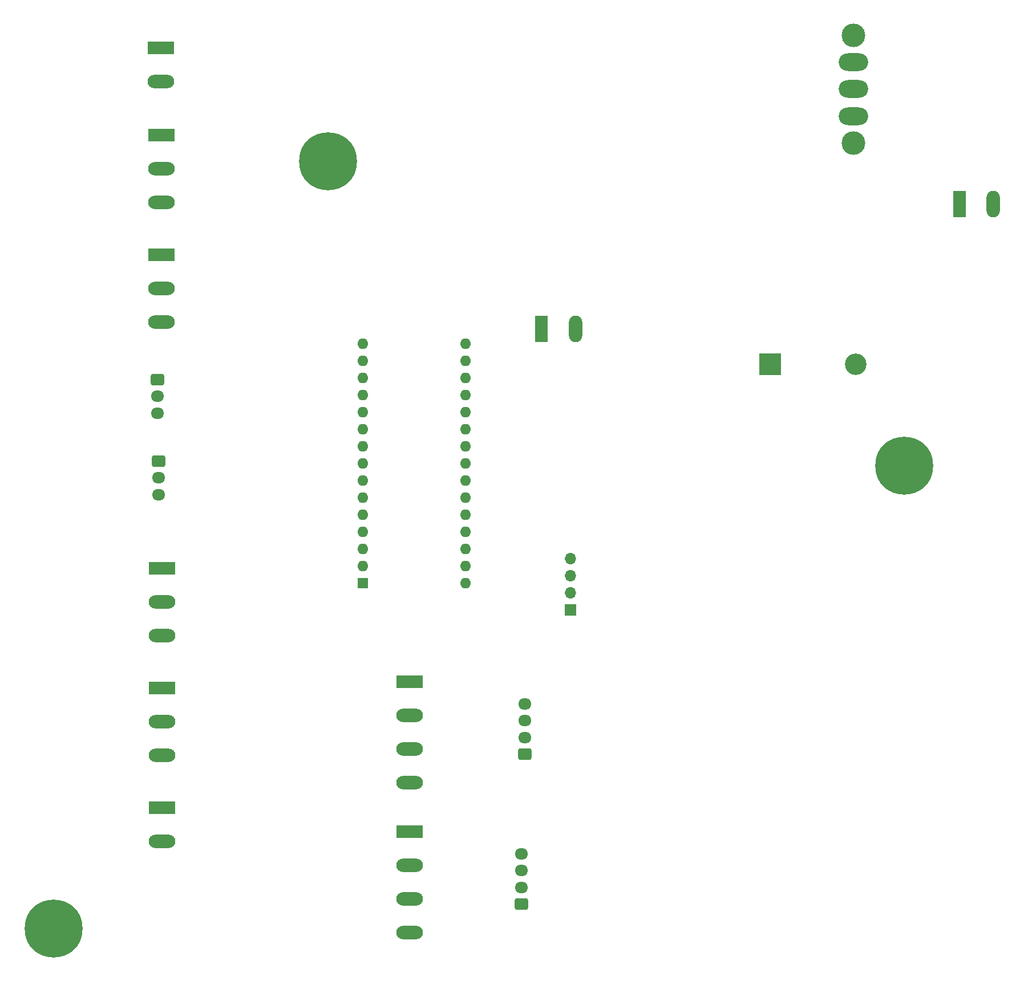
<source format=gbr>
%TF.GenerationSoftware,KiCad,Pcbnew,7.0.7-7.0.7~ubuntu22.04.1*%
%TF.CreationDate,2023-09-22T11:09:07-06:00*%
%TF.ProjectId,stepper_microscope_stage,73746570-7065-4725-9f6d-6963726f7363,1.1*%
%TF.SameCoordinates,Original*%
%TF.FileFunction,Copper,L1,Top*%
%TF.FilePolarity,Positive*%
%FSLAX46Y46*%
G04 Gerber Fmt 4.6, Leading zero omitted, Abs format (unit mm)*
G04 Created by KiCad (PCBNEW 7.0.7-7.0.7~ubuntu22.04.1) date 2023-09-22 11:09:07*
%MOMM*%
%LPD*%
G01*
G04 APERTURE LIST*
G04 Aperture macros list*
%AMRoundRect*
0 Rectangle with rounded corners*
0 $1 Rounding radius*
0 $2 $3 $4 $5 $6 $7 $8 $9 X,Y pos of 4 corners*
0 Add a 4 corners polygon primitive as box body*
4,1,4,$2,$3,$4,$5,$6,$7,$8,$9,$2,$3,0*
0 Add four circle primitives for the rounded corners*
1,1,$1+$1,$2,$3*
1,1,$1+$1,$4,$5*
1,1,$1+$1,$6,$7*
1,1,$1+$1,$8,$9*
0 Add four rect primitives between the rounded corners*
20,1,$1+$1,$2,$3,$4,$5,0*
20,1,$1+$1,$4,$5,$6,$7,0*
20,1,$1+$1,$6,$7,$8,$9,0*
20,1,$1+$1,$8,$9,$2,$3,0*%
G04 Aperture macros list end*
%TA.AperFunction,ComponentPad*%
%ADD10RoundRect,0.250000X-0.725000X0.600000X-0.725000X-0.600000X0.725000X-0.600000X0.725000X0.600000X0*%
%TD*%
%TA.AperFunction,ComponentPad*%
%ADD11O,1.950000X1.700000*%
%TD*%
%TA.AperFunction,ComponentPad*%
%ADD12RoundRect,0.250000X0.725000X-0.600000X0.725000X0.600000X-0.725000X0.600000X-0.725000X-0.600000X0*%
%TD*%
%TA.AperFunction,ComponentPad*%
%ADD13C,8.600000*%
%TD*%
%TA.AperFunction,WasherPad*%
%ADD14C,3.500000*%
%TD*%
%TA.AperFunction,ComponentPad*%
%ADD15O,4.375000X2.625000*%
%TD*%
%TA.AperFunction,ComponentPad*%
%ADD16R,3.960000X1.980000*%
%TD*%
%TA.AperFunction,ComponentPad*%
%ADD17O,3.960000X1.980000*%
%TD*%
%TA.AperFunction,ComponentPad*%
%ADD18R,1.700000X1.700000*%
%TD*%
%TA.AperFunction,ComponentPad*%
%ADD19O,1.700000X1.700000*%
%TD*%
%TA.AperFunction,ComponentPad*%
%ADD20R,3.200000X3.200000*%
%TD*%
%TA.AperFunction,ComponentPad*%
%ADD21O,3.200000X3.200000*%
%TD*%
%TA.AperFunction,ComponentPad*%
%ADD22R,1.600000X1.600000*%
%TD*%
%TA.AperFunction,ComponentPad*%
%ADD23O,1.600000X1.600000*%
%TD*%
%TA.AperFunction,ComponentPad*%
%ADD24R,1.980000X3.960000*%
%TD*%
%TA.AperFunction,ComponentPad*%
%ADD25O,1.980000X3.960000*%
%TD*%
G04 APERTURE END LIST*
D10*
%TO.P,LIMIT2,1,Pin_1*%
%TO.N,+5V*%
X69350816Y-96717144D03*
D11*
%TO.P,LIMIT2,2,Pin_2*%
%TO.N,Net-(A1-D3)*%
X69350816Y-99217144D03*
%TO.P,LIMIT2,3,Pin_3*%
%TO.N,GND*%
X69350816Y-101717144D03*
%TD*%
D10*
%TO.P,LIMIT1,1,Pin_1*%
%TO.N,+5V*%
X69190000Y-84617144D03*
D11*
%TO.P,LIMIT1,2,Pin_2*%
%TO.N,Net-(A1-D4)*%
X69190000Y-87117144D03*
%TO.P,LIMIT1,3,Pin_3*%
%TO.N,GND*%
X69190000Y-89617144D03*
%TD*%
D12*
%TO.P,J5,1,Pin_1*%
%TO.N,Net-(J3-Pin_4)*%
X123700000Y-140300000D03*
D11*
%TO.P,J5,2,Pin_2*%
%TO.N,Net-(J3-Pin_3)*%
X123700000Y-137800000D03*
%TO.P,J5,3,Pin_3*%
%TO.N,Net-(J3-Pin_2)*%
X123700000Y-135300000D03*
%TO.P,J5,4,Pin_4*%
%TO.N,Net-(J3-Pin_1)*%
X123700000Y-132800000D03*
%TD*%
D12*
%TO.P,J4,1,Pin_1*%
%TO.N,Net-(J2-Pin_4)*%
X123200000Y-162550000D03*
D11*
%TO.P,J4,2,Pin_2*%
%TO.N,Net-(J2-Pin_3)*%
X123200000Y-160050000D03*
%TO.P,J4,3,Pin_3*%
%TO.N,Net-(J2-Pin_2)*%
X123200000Y-157550000D03*
%TO.P,J4,4,Pin_4*%
%TO.N,Net-(J2-Pin_1)*%
X123200000Y-155050000D03*
%TD*%
D13*
%TO.P,H3,1*%
%TO.N,N/C*%
X53750000Y-166200000D03*
%TD*%
%TO.P,H1,1*%
%TO.N,N/C*%
X180050000Y-97450000D03*
%TD*%
%TO.P,H1,1*%
%TO.N,N/C*%
X94500000Y-52250000D03*
%TD*%
D14*
%TO.P,SW1,*%
%TO.N,*%
X172500000Y-49500000D03*
X172500000Y-33500000D03*
D15*
%TO.P,SW1,1,A*%
%TO.N,+24V*%
X172500000Y-45500000D03*
%TO.P,SW1,2,B*%
X172500000Y-41500000D03*
%TO.P,SW1,3,C*%
%TO.N,unconnected-(SW1-C-Pad3)*%
X172500000Y-37500000D03*
%TD*%
D16*
%TO.P,J2,1,Pin_1*%
%TO.N,Net-(J2-Pin_1)*%
X106650000Y-151790000D03*
D17*
%TO.P,J2,2,Pin_2*%
%TO.N,Net-(J2-Pin_2)*%
X106650000Y-156790000D03*
%TO.P,J2,3,Pin_3*%
%TO.N,Net-(J2-Pin_3)*%
X106650000Y-161790000D03*
%TO.P,J2,4,Pin_4*%
%TO.N,Net-(J2-Pin_4)*%
X106650000Y-166790000D03*
%TD*%
D18*
%TO.P,J1,1,Pin_1*%
%TO.N,GND*%
X130500000Y-118822144D03*
D19*
%TO.P,J1,2,Pin_2*%
%TO.N,+5V*%
X130500000Y-116282144D03*
%TO.P,J1,3,Pin_3*%
%TO.N,Net-(A1-A4)*%
X130500000Y-113742144D03*
%TO.P,J1,4,Pin_4*%
%TO.N,Net-(A1-A5)*%
X130500000Y-111202144D03*
%TD*%
D16*
%TO.P,STEPSIGGND2,1,Pin_1*%
%TO.N,GND*%
X69910816Y-130422144D03*
D17*
%TO.P,STEPSIGGND2,2,Pin_2*%
X69910816Y-135422144D03*
%TO.P,STEPSIGGND2,3,Pin_3*%
X69910816Y-140422144D03*
%TD*%
D16*
%TO.P,STEPSIG1,1,Pin_1*%
%TO.N,Net-(A1-D12)*%
X69750000Y-48322144D03*
D17*
%TO.P,STEPSIG1,2,Pin_2*%
%TO.N,Net-(A1-D11)*%
X69750000Y-53322144D03*
%TO.P,STEPSIG1,3,Pin_3*%
%TO.N,Net-(A1-D10)*%
X69750000Y-58322144D03*
%TD*%
D16*
%TO.P,STEPGND1,1,Pin_1*%
%TO.N,GND*%
X69900816Y-148202144D03*
D17*
%TO.P,STEPGND1,2,Pin_2*%
X69900816Y-153202144D03*
%TD*%
D16*
%TO.P,STEPSIGGND1,1,Pin_1*%
%TO.N,GND*%
X69910816Y-112672144D03*
D17*
%TO.P,STEPSIGGND1,2,Pin_2*%
X69910816Y-117672144D03*
%TO.P,STEPSIGGND1,3,Pin_3*%
X69910816Y-122672144D03*
%TD*%
D16*
%TO.P,STEPPWR1,1,Pin_1*%
%TO.N,+24V*%
X69740000Y-35352144D03*
D17*
%TO.P,STEPPWR1,2,Pin_2*%
X69740000Y-40352144D03*
%TD*%
D20*
%TO.P,D1,1,K*%
%TO.N,Net-(D1-K)*%
X160150000Y-82322144D03*
D21*
%TO.P,D1,2,A*%
%TO.N,GND*%
X172850000Y-82322144D03*
%TD*%
D22*
%TO.P,A1,1,D1/TX*%
%TO.N,unconnected-(A1-D1{slash}TX-Pad1)*%
X99640000Y-114872144D03*
D23*
%TO.P,A1,2,D0/RX*%
%TO.N,unconnected-(A1-D0{slash}RX-Pad2)*%
X99640000Y-112332144D03*
%TO.P,A1,3,~{RESET}*%
%TO.N,unconnected-(A1-~{RESET}-Pad3)*%
X99640000Y-109792144D03*
%TO.P,A1,4,GND*%
%TO.N,GND*%
X99640000Y-107252144D03*
%TO.P,A1,5,D2*%
%TO.N,unconnected-(A1-D2-Pad5)*%
X99640000Y-104712144D03*
%TO.P,A1,6,D3*%
%TO.N,Net-(A1-D3)*%
X99640000Y-102172144D03*
%TO.P,A1,7,D4*%
%TO.N,Net-(A1-D4)*%
X99640000Y-99632144D03*
%TO.P,A1,8,D5*%
%TO.N,unconnected-(A1-D5-Pad8)*%
X99640000Y-97092144D03*
%TO.P,A1,9,D6*%
%TO.N,unconnected-(A1-D6-Pad9)*%
X99640000Y-94552144D03*
%TO.P,A1,10,D7*%
%TO.N,Net-(A1-D7)*%
X99640000Y-92012144D03*
%TO.P,A1,11,D8*%
%TO.N,Net-(A1-D8)*%
X99640000Y-89472144D03*
%TO.P,A1,12,D9*%
%TO.N,Net-(A1-D9)*%
X99640000Y-86932144D03*
%TO.P,A1,13,D10*%
%TO.N,Net-(A1-D10)*%
X99640000Y-84392144D03*
%TO.P,A1,14,D11*%
%TO.N,Net-(A1-D11)*%
X99640000Y-81852144D03*
%TO.P,A1,15,D12*%
%TO.N,Net-(A1-D12)*%
X99640000Y-79312144D03*
%TO.P,A1,16,D13*%
%TO.N,unconnected-(A1-D13-Pad16)*%
X114880000Y-79312144D03*
%TO.P,A1,17,3V3*%
%TO.N,unconnected-(A1-3V3-Pad17)*%
X114880000Y-81852144D03*
%TO.P,A1,18,AREF*%
%TO.N,unconnected-(A1-AREF-Pad18)*%
X114880000Y-84392144D03*
%TO.P,A1,19,A0*%
%TO.N,Net-(A1-A0)*%
X114880000Y-86932144D03*
%TO.P,A1,20,A1*%
%TO.N,Net-(A1-A1)*%
X114880000Y-89472144D03*
%TO.P,A1,21,A2*%
%TO.N,unconnected-(A1-A2-Pad21)*%
X114880000Y-92012144D03*
%TO.P,A1,22,A3*%
%TO.N,unconnected-(A1-A3-Pad22)*%
X114880000Y-94552144D03*
%TO.P,A1,23,A4*%
%TO.N,Net-(A1-A4)*%
X114880000Y-97092144D03*
%TO.P,A1,24,A5*%
%TO.N,Net-(A1-A5)*%
X114880000Y-99632144D03*
%TO.P,A1,25,A6*%
%TO.N,unconnected-(A1-A6-Pad25)*%
X114880000Y-102172144D03*
%TO.P,A1,26,A7*%
%TO.N,unconnected-(A1-A7-Pad26)*%
X114880000Y-104712144D03*
%TO.P,A1,27,+5V*%
%TO.N,unconnected-(A1-+5V-Pad27)*%
X114880000Y-107252144D03*
%TO.P,A1,28,~{RESET}*%
%TO.N,unconnected-(A1-~{RESET}-Pad28)*%
X114880000Y-109792144D03*
%TO.P,A1,29,GND*%
%TO.N,unconnected-(A1-GND-Pad29)*%
X114880000Y-112332144D03*
%TO.P,A1,30,VIN*%
%TO.N,+5V*%
X114880000Y-114872144D03*
%TD*%
D24*
%TO.P,JOYIN1,1,Pin_1*%
%TO.N,Net-(A1-A0)*%
X126220000Y-77072144D03*
D25*
%TO.P,JOYIN1,2,Pin_2*%
%TO.N,Net-(A1-A1)*%
X131220000Y-77072144D03*
%TD*%
D16*
%TO.P,STEPSIG2,1,Pin_1*%
%TO.N,Net-(A1-D9)*%
X69750000Y-66072144D03*
D17*
%TO.P,STEPSIG2,2,Pin_2*%
%TO.N,Net-(A1-D8)*%
X69750000Y-71072144D03*
%TO.P,STEPSIG2,3,Pin_3*%
%TO.N,Net-(A1-D7)*%
X69750000Y-76072144D03*
%TD*%
D16*
%TO.P,J3,1,Pin_1*%
%TO.N,Net-(J3-Pin_1)*%
X106650000Y-129540000D03*
D17*
%TO.P,J3,2,Pin_2*%
%TO.N,Net-(J3-Pin_2)*%
X106650000Y-134540000D03*
%TO.P,J3,3,Pin_3*%
%TO.N,Net-(J3-Pin_3)*%
X106650000Y-139540000D03*
%TO.P,J3,4,Pin_4*%
%TO.N,Net-(J3-Pin_4)*%
X106650000Y-144540000D03*
%TD*%
D24*
%TO.P,VIN1,1,Pin_1*%
%TO.N,+24V*%
X188250000Y-58572144D03*
D25*
%TO.P,VIN1,2,Pin_2*%
%TO.N,GND*%
X193250000Y-58572144D03*
%TD*%
M02*

</source>
